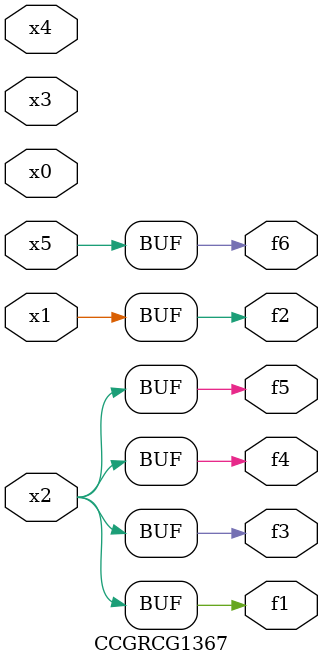
<source format=v>
module CCGRCG1367(
	input x0, x1, x2, x3, x4, x5,
	output f1, f2, f3, f4, f5, f6
);
	assign f1 = x2;
	assign f2 = x1;
	assign f3 = x2;
	assign f4 = x2;
	assign f5 = x2;
	assign f6 = x5;
endmodule

</source>
